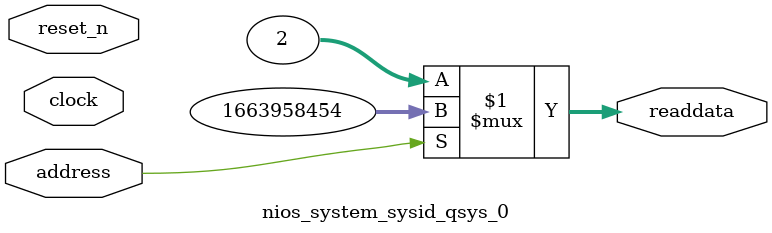
<source format=v>



// synthesis translate_off
`timescale 1ns / 1ps
// synthesis translate_on

// turn off superfluous verilog processor warnings 
// altera message_level Level1 
// altera message_off 10034 10035 10036 10037 10230 10240 10030 

module nios_system_sysid_qsys_0 (
               // inputs:
                address,
                clock,
                reset_n,

               // outputs:
                readdata
             )
;

  output  [ 31: 0] readdata;
  input            address;
  input            clock;
  input            reset_n;

  wire    [ 31: 0] readdata;
  //control_slave, which is an e_avalon_slave
  assign readdata = address ? 1663958454 : 2;

endmodule



</source>
